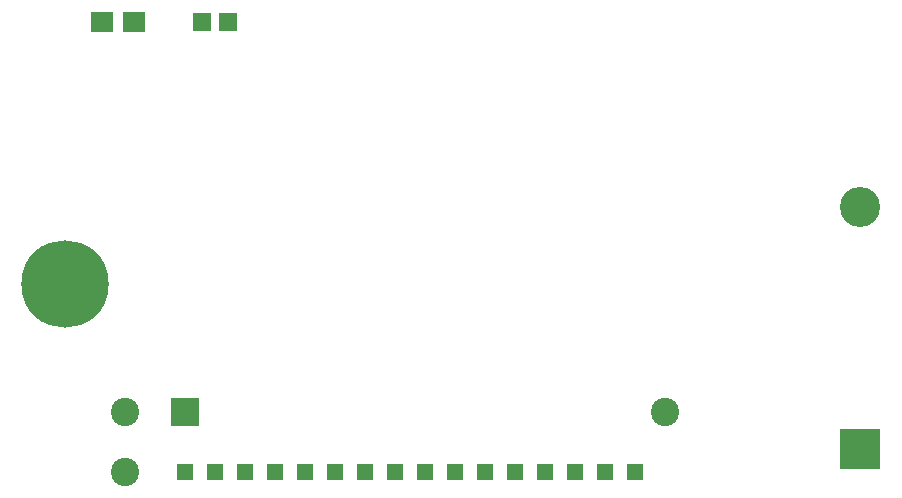
<source format=gts>
G04 #@! TF.FileFunction,Soldermask,Top*
%FSLAX46Y46*%
G04 Gerber Fmt 4.6, Leading zero omitted, Abs format (unit mm)*
G04 Created by KiCad (PCBNEW 4.0.7) date Tue Feb 13 14:30:32 2018*
%MOMM*%
%LPD*%
G01*
G04 APERTURE LIST*
%ADD10C,0.100000*%
%ADD11R,1.400000X1.400000*%
%ADD12R,1.600000X1.600000*%
%ADD13R,1.900000X1.700000*%
%ADD14C,3.400000*%
%ADD15R,3.400000X3.400000*%
%ADD16C,7.400000*%
%ADD17R,2.400000X2.400000*%
%ADD18C,2.400000*%
G04 APERTURE END LIST*
D10*
D11*
X144145000Y-91440000D03*
X141605000Y-91440000D03*
X139065000Y-91440000D03*
X136525000Y-91440000D03*
X133985000Y-91440000D03*
X131445000Y-91440000D03*
X128905000Y-91440000D03*
X126365000Y-91440000D03*
X123825000Y-91440000D03*
X121285000Y-91440000D03*
X118745000Y-91440000D03*
X116205000Y-91440000D03*
X113665000Y-91440000D03*
X111125000Y-91440000D03*
X108585000Y-91440000D03*
D12*
X107485000Y-53340000D03*
X109685000Y-53340000D03*
D13*
X101680000Y-53340000D03*
X98980000Y-53340000D03*
D14*
X163195000Y-69045000D03*
D15*
X163195000Y-89535000D03*
D16*
X95885000Y-75565000D03*
D17*
X106045000Y-86360000D03*
D11*
X106045000Y-91440000D03*
D18*
X100965000Y-91440000D03*
X100965000Y-86360000D03*
X146685000Y-86360000D03*
M02*

</source>
